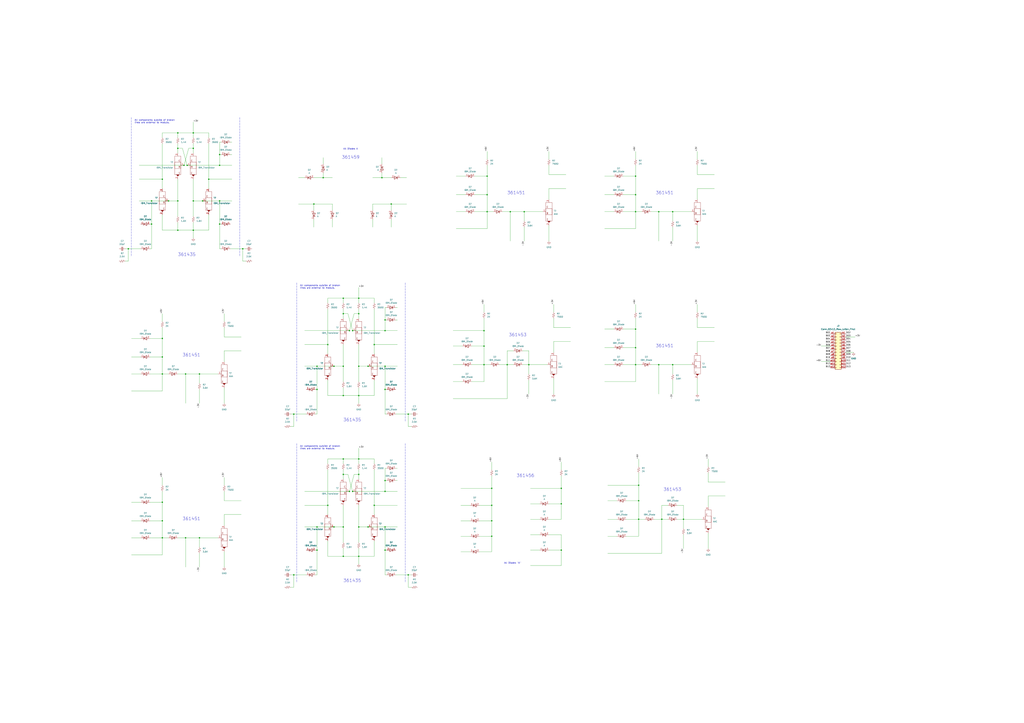
<source format=kicad_sch>
(kicad_sch (version 20211123) (generator eeschema)
  (paper "A1")
  (junction (at 133.35 293.37))
  (junction (at 138.43 165.1))
  (junction (at 180.34 165.1))
  (junction (at 289.56 271.78))
  (junction (at 289.56 403.86))
  (junction (at 260.35 300.99))
  (junction (at 521.97 173.99))
  (junction (at 316.23 300.99))
  (junction (at 105.41 204.47))
  (junction (at 274.32 300.99))
  (junction (at 180.34 127))
  (junction (at 281.94 245.11))
  (junction (at 158.75 189.23))
  (junction (at 302.26 300.99))
  (junction (at 133.35 427.99))
  (junction (at 316.23 403.86))
  (junction (at 400.05 173.99))
  (junction (at 260.35 320.04))
  (junction (at 163.83 441.96))
  (junction (at 521.97 270.51))
  (junction (at 403.86 415.29))
  (junction (at 400.05 144.78))
  (junction (at 524.51 411.48))
  (junction (at 180.34 135.89))
  (junction (at 171.45 147.3132))
  (junction (at 294.64 300.99))
  (junction (at 294.64 245.11))
  (junction (at 199.39 204.47))
  (junction (at 133.35 441.96))
  (junction (at 416.56 299.72))
  (junction (at 397.51 284.48))
  (junction (at 335.28 340.36))
  (junction (at 521.97 160.02))
  (junction (at 281.94 389.89))
  (junction (at 521.97 144.78))
  (junction (at 316.23 394.97))
  (junction (at 397.51 271.78))
  (junction (at 241.3 340.36))
  (junction (at 294.64 325.12))
  (junction (at 524.51 426.72))
  (junction (at 434.34 299.72))
  (junction (at 335.28 472.44))
  (junction (at 265.43 146.05))
  (junction (at 146.05 109.22))
  (junction (at 294.64 389.89))
  (junction (at 241.3 472.44))
  (junction (at 281.94 257.81))
  (junction (at 521.97 285.75))
  (junction (at 313.69 146.05))
  (junction (at 287.02 271.78))
  (junction (at 397.51 299.72))
  (junction (at 403.86 401.32))
  (junction (at 146.05 121.92))
  (junction (at 260.35 433.07))
  (junction (at 294.64 257.81))
  (junction (at 133.35 412.75))
  (junction (at 307.34 283.2032))
  (junction (at 180.34 184.15))
  (junction (at 316.23 271.78))
  (junction (at 552.45 299.72))
  (junction (at 153.67 135.89))
  (junction (at 316.23 320.04))
  (junction (at 316.23 262.89))
  (junction (at 158.75 165.1))
  (junction (at 302.26 433.07))
  (junction (at 543.56 426.72))
  (junction (at 321.31 167.64))
  (junction (at 146.05 165.1))
  (junction (at 316.23 452.12))
  (junction (at 294.64 457.2))
  (junction (at 419.1 173.99))
  (junction (at 166.37 165.1))
  (junction (at 133.35 278.13))
  (junction (at 260.35 452.12))
  (junction (at 294.64 433.07))
  (junction (at 461.01 452.12))
  (junction (at 269.24 415.29))
  (junction (at 403.86 427.99))
  (junction (at 257.81 167.64))
  (junction (at 461.01 401.32))
  (junction (at 163.83 307.34))
  (junction (at 541.02 173.99))
  (junction (at 561.34 426.72))
  (junction (at 400.05 160.02))
  (junction (at 133.35 147.32))
  (junction (at 269.24 283.21))
  (junction (at 316.23 433.07))
  (junction (at 152.4 441.96))
  (junction (at 274.32 433.07))
  (junction (at 281.94 457.2))
  (junction (at 403.86 440.69))
  (junction (at 152.4 307.34))
  (junction (at 307.34 415.2832))
  (junction (at 151.13 135.89))
  (junction (at 133.35 307.34))
  (junction (at 124.46 184.15))
  (junction (at 281.94 377.19))
  (junction (at 541.02 299.72))
  (junction (at 294.64 377.19))
  (junction (at 281.94 433.07))
  (junction (at 461.01 414.02))
  (junction (at 146.05 189.23))
  (junction (at 158.75 109.22))
  (junction (at 521.97 299.72))
  (junction (at 430.53 173.99))
  (junction (at 158.75 121.92))
  (junction (at 287.02 403.86))
  (junction (at 124.46 165.1))
  (junction (at 281.94 325.12))
  (junction (at 524.51 398.78))
  (junction (at 281.94 300.99))
  (junction (at 552.45 173.99))
  (wire (pts (xy 294.64 300.99) (xy 294.64 313.69)))
  (wire (pts (xy 403.86 415.29) (xy 403.86 427.99)))
  (wire (pts (xy 294.64 283.21) (xy 294.64 300.99)))
  (wire (pts (xy 184.15 257.81) (xy 184.15 264.16)))
  (wire (pts (xy 294.64 257.81) (xy 294.64 261.62)))
  (wire (pts (xy 294.64 377.19) (xy 307.34 377.19)))
  (wire (pts (xy 454.66 261.62) (xy 454.66 269.24)))
  (wire (pts (xy 521.97 135.89) (xy 521.97 144.78)))
  (wire (pts (xy 316.23 300.99) (xy 326.39 300.99)))
  (wire (pts (xy 294.64 377.19) (xy 294.64 381)))
  (wire (pts (xy 133.35 278.13) (xy 133.35 293.37)))
  (wire (pts (xy 521.97 124.46) (xy 521.97 130.81)))
  (wire (pts (xy 378.46 427.99) (xy 386.08 427.99)))
  (wire (pts (xy 306.07 172.72) (xy 306.07 167.64)))
  (wire (pts (xy 166.37 165.1) (xy 180.34 165.1)))
  (wire (pts (xy 171.45 189.23) (xy 158.75 189.23)))
  (wire (pts (xy 325.12 472.44) (xy 335.28 472.44)))
  (wire (pts (xy 133.35 147.32) (xy 133.35 154.94)))
  (wire (pts (xy 378.46 440.69) (xy 386.08 440.69)))
  (wire (pts (xy 316.23 262.89) (xy 317.5 262.89)))
  (wire (pts (xy 133.35 269.24) (xy 133.35 278.13)))
  (wire (pts (xy 316.23 252.73) (xy 316.23 262.89)))
  (wire (pts (xy 397.51 261.62) (xy 397.51 271.78)))
  (wire (pts (xy 416.56 299.72) (xy 416.56 327.66)))
  (wire (pts (xy 158.75 165.1) (xy 158.75 177.8)))
  (wire (pts (xy 450.85 185.42) (xy 450.85 198.12)))
  (wire (pts (xy 281.94 318.77) (xy 281.94 325.12)))
  (wire (pts (xy 450.85 163.83) (xy 450.85 154.94)))
  (wire (pts (xy 184.15 411.48) (xy 198.12 411.48)))
  (wire (pts (xy 107.95 278.13) (xy 115.57 278.13)))
  (wire (pts (xy 184.15 288.29) (xy 198.12 288.29)))
  (polyline (pts (xy 196.85 96.52) (xy 196.85 210.82)))
  (wire (pts (xy 260.35 472.44) (xy 259.08 472.44)))
  (wire (pts (xy 499.11 426.72) (xy 506.73 426.72)))
  (wire (pts (xy 294.64 245.11) (xy 294.64 248.92)))
  (wire (pts (xy 316.23 252.73) (xy 317.5 252.73)))
  (wire (pts (xy 419.1 198.12) (xy 419.1 173.99)))
  (wire (pts (xy 269.24 386.08) (xy 269.24 415.29)))
  (wire (pts (xy 374.65 187.96) (xy 400.05 187.96)))
  (wire (pts (xy 133.35 189.23) (xy 133.35 176.53)))
  (wire (pts (xy 180.34 165.1) (xy 190.5 165.1)))
  (wire (pts (xy 387.35 313.69) (xy 397.51 313.69)))
  (wire (pts (xy 374.65 160.02) (xy 382.27 160.02)))
  (wire (pts (xy 694.69 289.56) (xy 701.04 289.56)))
  (wire (pts (xy 435.61 426.72) (xy 443.23 426.72)))
  (wire (pts (xy 454.66 269.24) (xy 468.63 269.24)))
  (wire (pts (xy 294.64 433.07) (xy 302.26 433.07)))
  (wire (pts (xy 269.24 283.21) (xy 269.24 290.83)))
  (wire (pts (xy 524.51 411.48) (xy 514.35 411.48)))
  (wire (pts (xy 397.51 299.72) (xy 387.35 299.72)))
  (wire (pts (xy 294.64 457.2) (xy 294.64 463.55)))
  (wire (pts (xy 294.64 450.85) (xy 294.64 457.2)))
  (wire (pts (xy 524.51 411.48) (xy 524.51 426.72)))
  (wire (pts (xy 238.76 350.52) (xy 241.3 350.52)))
  (wire (pts (xy 496.57 299.72) (xy 504.19 299.72)))
  (wire (pts (xy 306.07 180.34) (xy 306.07 186.69)))
  (wire (pts (xy 496.57 187.96) (xy 521.97 187.96)))
  (wire (pts (xy 316.23 384.81) (xy 316.23 394.97)))
  (wire (pts (xy 552.45 186.69) (xy 552.45 198.12)))
  (wire (pts (xy 146.05 165.1) (xy 146.05 147.32)))
  (wire (pts (xy 250.19 283.21) (xy 269.24 283.21)))
  (wire (pts (xy 241.3 340.36) (xy 238.76 340.36)))
  (wire (pts (xy 378.46 401.32) (xy 403.86 401.32)))
  (wire (pts (xy 260.35 452.12) (xy 259.08 452.12)))
  (wire (pts (xy 189.23 116.84) (xy 190.5 116.84)))
  (wire (pts (xy 325.12 252.73) (xy 326.39 252.73)))
  (wire (pts (xy 294.64 368.3) (xy 294.64 377.19)))
  (wire (pts (xy 581.66 407.67) (xy 595.63 407.67)))
  (wire (pts (xy 133.35 427.99) (xy 133.35 441.96)))
  (wire (pts (xy 281.94 257.81) (xy 285.75 257.81)))
  (wire (pts (xy 524.51 398.78) (xy 524.51 411.48)))
  (wire (pts (xy 163.83 441.96) (xy 179.07 441.96)))
  (wire (pts (xy 307.34 457.2) (xy 294.64 457.2)))
  (wire (pts (xy 294.64 236.22) (xy 294.64 245.11)))
  (wire (pts (xy 294.64 389.89) (xy 290.83 389.89)))
  (wire (pts (xy 149.86 121.92) (xy 153.67 135.89)))
  (wire (pts (xy 450.85 143.51) (xy 464.82 143.51)))
  (wire (pts (xy 158.75 109.22) (xy 158.75 113.03)))
  (wire (pts (xy 461.01 414.02) (xy 461.01 401.32)))
  (wire (pts (xy 260.35 452.12) (xy 260.35 472.44)))
  (wire (pts (xy 163.83 441.96) (xy 163.83 449.58)))
  (wire (pts (xy 184.15 422.91) (xy 198.12 422.91)))
  (wire (pts (xy 171.45 118.11) (xy 171.45 147.3132)))
  (wire (pts (xy 107.95 455.93) (xy 133.35 455.93)))
  (wire (pts (xy 158.75 165.1) (xy 166.37 165.1)))
  (wire (pts (xy 184.15 276.86) (xy 198.12 276.86)))
  (wire (pts (xy 378.46 415.29) (xy 386.08 415.29)))
  (wire (pts (xy 521.97 270.51) (xy 511.81 270.51)))
  (wire (pts (xy 285.75 257.81) (xy 289.56 271.78)))
  (wire (pts (xy 581.66 438.15) (xy 581.66 450.85)))
  (wire (pts (xy 548.64 415.29) (xy 543.56 415.29)))
  (wire (pts (xy 307.34 444.5) (xy 307.34 457.2)))
  (wire (pts (xy 372.11 299.72) (xy 379.73 299.72)))
  (wire (pts (xy 521.97 144.78) (xy 511.81 144.78)))
  (wire (pts (xy 189.23 127) (xy 190.5 127)))
  (wire (pts (xy 260.35 433.07) (xy 260.35 452.12)))
  (wire (pts (xy 269.24 377.19) (xy 281.94 377.19)))
  (wire (pts (xy 158.75 121.92) (xy 154.94 121.92)))
  (wire (pts (xy 416.56 299.72) (xy 421.64 299.72)))
  (wire (pts (xy 294.64 457.2) (xy 281.94 457.2)))
  (wire (pts (xy 400.05 187.96) (xy 400.05 173.99)))
  (wire (pts (xy 561.34 415.29) (xy 556.26 415.29)))
  (wire (pts (xy 171.45 147.3132) (xy 171.45 154.94)))
  (wire (pts (xy 158.75 189.23) (xy 146.05 189.23)))
  (wire (pts (xy 543.56 426.72) (xy 543.56 454.66)))
  (wire (pts (xy 581.66 388.62) (xy 581.66 396.24)))
  (wire (pts (xy 180.34 116.84) (xy 181.61 116.84)))
  (wire (pts (xy 307.34 386.08) (xy 307.34 415.2832)))
  (wire (pts (xy 511.81 299.72) (xy 521.97 299.72)))
  (wire (pts (xy 316.23 300.99) (xy 316.23 320.04)))
  (wire (pts (xy 180.34 204.47) (xy 181.61 204.47)))
  (wire (pts (xy 153.67 135.89) (xy 180.34 135.89)))
  (wire (pts (xy 461.01 426.72) (xy 461.01 414.02)))
  (wire (pts (xy 250.19 415.29) (xy 269.24 415.29)))
  (wire (pts (xy 133.35 307.34) (xy 138.43 307.34)))
  (wire (pts (xy 572.77 311.15) (xy 572.77 323.85)))
  (wire (pts (xy 184.15 269.24) (xy 184.15 276.86)))
  (wire (pts (xy 325.12 394.97) (xy 326.39 394.97)))
  (wire (pts (xy 400.05 124.46) (xy 400.05 130.81)))
  (wire (pts (xy 180.34 165.1) (xy 180.34 184.15)))
  (wire (pts (xy 124.46 184.15) (xy 123.19 184.15)))
  (wire (pts (xy 552.45 173.99) (xy 567.69 173.99)))
  (wire (pts (xy 260.35 340.36) (xy 259.08 340.36)))
  (wire (pts (xy 521.97 285.75) (xy 511.81 285.75)))
  (polyline (pts (xy 243.84 232.41) (xy 243.84 346.71)))
  (wire (pts (xy 496.57 160.02) (xy 504.19 160.02)))
  (wire (pts (xy 281.94 257.81) (xy 281.94 261.62)))
  (wire (pts (xy 124.46 165.1) (xy 124.46 184.15)))
  (wire (pts (xy 307.34 415.2832) (xy 307.34 422.91)))
  (wire (pts (xy 114.3 147.32) (xy 133.35 147.32)))
  (wire (pts (xy 184.15 392.43) (xy 184.15 398.78)))
  (wire (pts (xy 294.64 389.89) (xy 294.64 393.7)))
  (wire (pts (xy 146.05 441.96) (xy 152.4 441.96)))
  (polyline (pts (xy 332.74 364.49) (xy 332.74 478.79)))
  (wire (pts (xy 146.05 121.92) (xy 146.05 125.73)))
  (wire (pts (xy 133.35 257.81) (xy 133.35 264.16)))
  (polyline (pts (xy 243.84 364.49) (xy 243.84 478.79)))
  (wire (pts (xy 184.15 318.77) (xy 184.15 331.47)))
  (wire (pts (xy 454.66 289.56) (xy 454.66 280.67)))
  (wire (pts (xy 294.64 257.81) (xy 290.83 257.81)))
  (wire (pts (xy 133.35 455.93) (xy 133.35 441.96)))
  (wire (pts (xy 180.34 116.84) (xy 180.34 127)))
  (wire (pts (xy 245.11 146.05) (xy 250.19 146.05)))
  (wire (pts (xy 434.34 299.72) (xy 434.34 288.29)))
  (wire (pts (xy 146.05 118.11) (xy 146.05 121.92)))
  (wire (pts (xy 372.11 271.78) (xy 397.51 271.78)))
  (wire (pts (xy 572.77 185.42) (xy 572.77 198.12)))
  (wire (pts (xy 294.64 325.12) (xy 294.64 331.47)))
  (wire (pts (xy 265.43 146.05) (xy 273.05 146.05)))
  (wire (pts (xy 290.83 257.81) (xy 287.02 271.78)))
  (wire (pts (xy 241.3 472.44) (xy 238.76 472.44)))
  (wire (pts (xy 158.75 121.92) (xy 158.75 125.73)))
  (wire (pts (xy 133.35 118.11) (xy 133.35 147.32)))
  (wire (pts (xy 521.97 313.69) (xy 521.97 299.72)))
  (wire (pts (xy 511.81 173.99) (xy 521.97 173.99)))
  (wire (pts (xy 321.31 146.05) (xy 313.69 146.05)))
  (wire (pts (xy 524.51 426.72) (xy 529.59 426.72)))
  (wire (pts (xy 163.83 307.34) (xy 179.07 307.34)))
  (wire (pts (xy 146.05 182.88) (xy 146.05 189.23)))
  (wire (pts (xy 403.86 401.32) (xy 403.86 415.29)))
  (wire (pts (xy 281.94 300.99) (xy 281.94 283.21)))
  (wire (pts (xy 294.64 415.29) (xy 294.64 433.07)))
  (wire (pts (xy 450.85 439.42) (xy 461.01 439.42)))
  (wire (pts (xy 260.35 433.07) (xy 274.32 433.07)))
  (wire (pts (xy 265.43 129.54) (xy 265.43 134.62)))
  (wire (pts (xy 454.66 311.15) (xy 454.66 323.85)))
  (wire (pts (xy 434.34 299.72) (xy 449.58 299.72)))
  (wire (pts (xy 321.31 180.34) (xy 321.31 186.69)))
  (wire (pts (xy 158.75 182.88) (xy 158.75 189.23)))
  (wire (pts (xy 281.94 386.08) (xy 281.94 389.89)))
  (wire (pts (xy 163.83 307.34) (xy 163.83 314.96)))
  (wire (pts (xy 307.34 254) (xy 307.34 283.2032)))
  (wire (pts (xy 450.85 414.02) (xy 461.01 414.02)))
  (wire (pts (xy 307.34 415.2832) (xy 326.39 415.2832)))
  (wire (pts (xy 400.05 160.02) (xy 389.89 160.02)))
  (wire (pts (xy 389.89 173.99) (xy 400.05 173.99)))
  (wire (pts (xy 171.45 109.22) (xy 171.45 113.03)))
  (wire (pts (xy 105.41 204.47) (xy 115.57 204.47)))
  (wire (pts (xy 581.66 396.24) (xy 595.63 396.24)))
  (wire (pts (xy 133.35 392.43) (xy 133.35 398.78)))
  (wire (pts (xy 184.15 297.18) (xy 184.15 288.29)))
  (wire (pts (xy 524.51 426.72) (xy 514.35 426.72)))
  (wire (pts (xy 435.61 439.42) (xy 443.23 439.42)))
  (wire (pts (xy 123.19 307.34) (xy 133.35 307.34)))
  (wire (pts (xy 325.12 262.89) (xy 326.39 262.89)))
  (wire (pts (xy 281.94 325.12) (xy 269.24 325.12)))
  (wire (pts (xy 334.01 167.64) (xy 321.31 167.64)))
  (wire (pts (xy 257.81 180.34) (xy 257.81 186.69)))
  (wire (pts (xy 561.34 426.72) (xy 561.34 434.34)))
  (wire (pts (xy 454.66 250.19) (xy 454.66 256.54)))
  (wire (pts (xy 273.05 180.34) (xy 273.05 186.69)))
  (wire (pts (xy 152.4 466.09) (xy 152.4 441.96)))
  (wire (pts (xy 105.41 214.63) (xy 105.41 204.47)))
  (wire (pts (xy 133.35 441.96) (xy 138.43 441.96)))
  (wire (pts (xy 158.75 147.32) (xy 158.75 165.1)))
  (wire (pts (xy 269.24 415.29) (xy 269.24 422.91)))
  (wire (pts (xy 435.61 452.12) (xy 443.23 452.12)))
  (wire (pts (xy 393.7 415.29) (xy 403.86 415.29)))
  (wire (pts (xy 133.35 293.37) (xy 133.35 307.34)))
  (wire (pts (xy 374.65 144.78) (xy 382.27 144.78)))
  (wire (pts (xy 496.57 144.78) (xy 504.19 144.78)))
  (wire (pts (xy 285.75 389.89) (xy 289.56 403.86)))
  (wire (pts (xy 541.02 173.99) (xy 552.45 173.99)))
  (wire (pts (xy 260.35 320.04) (xy 259.08 320.04)))
  (wire (pts (xy 335.28 482.6) (xy 335.28 472.44)))
  (wire (pts (xy 541.02 198.12) (xy 541.02 173.99)))
  (wire (pts (xy 321.31 167.64) (xy 321.31 172.72)))
  (wire (pts (xy 524.51 377.19) (xy 524.51 383.54)))
  (wire (pts (xy 302.26 433.07) (xy 316.23 433.07)))
  (wire (pts (xy 543.56 426.72) (xy 548.64 426.72)))
  (wire (pts (xy 572.77 163.83) (xy 572.77 154.94)))
  (wire (pts (xy 429.26 299.72) (xy 434.34 299.72)))
  (wire (pts (xy 416.56 288.29) (xy 416.56 299.72)))
  (wire (pts (xy 133.35 427.99) (xy 123.19 427.99)))
  (wire (pts (xy 397.51 299.72) (xy 402.59 299.72)))
  (wire (pts (xy 430.53 173.99) (xy 430.53 181.61)))
  (wire (pts (xy 316.23 320.04) (xy 316.23 340.36)))
  (wire (pts (xy 393.7 427.99) (xy 403.86 427.99)))
  (wire (pts (xy 541.02 299.72) (xy 552.45 299.72)))
  (wire (pts (xy 450.85 135.89) (xy 450.85 143.51)))
  (wire (pts (xy 269.24 245.11) (xy 281.94 245.11)))
  (wire (pts (xy 397.51 284.48) (xy 397.51 299.72)))
  (wire (pts (xy 430.53 173.99) (xy 445.77 173.99)))
  (wire (pts (xy 521.97 144.78) (xy 521.97 160.02)))
  (wire (pts (xy 269.24 377.19) (xy 269.24 381)))
  (wire (pts (xy 572.77 135.89) (xy 572.77 143.51)))
  (wire (pts (xy 400.05 160.02) (xy 400.05 173.99)))
  (wire (pts (xy 397.51 284.48) (xy 387.35 284.48)))
  (wire (pts (xy 257.81 167.64) (xy 257.81 172.72)))
  (wire (pts (xy 123.19 441.96) (xy 133.35 441.96)))
  (wire (pts (xy 496.57 173.99) (xy 504.19 173.99)))
  (wire (pts (xy 316.23 394.97) (xy 316.23 403.86)))
  (wire (pts (xy 316.23 262.89) (xy 316.23 271.78)))
  (wire (pts (xy 461.01 464.82) (xy 461.01 452.12)))
  (wire (pts (xy 461.01 401.32) (xy 461.01 391.16)))
  (wire (pts (xy 313.69 142.24) (xy 313.69 146.05)))
  (wire (pts (xy 552.45 173.99) (xy 552.45 181.61)))
  (wire (pts (xy 372.11 313.69) (xy 379.73 313.69)))
  (wire (pts (xy 393.7 440.69) (xy 403.86 440.69)))
  (wire (pts (xy 524.51 440.69) (xy 524.51 426.72)))
  (wire (pts (xy 250.19 300.99) (xy 260.35 300.99)))
  (wire (pts (xy 274.32 300.99) (xy 281.94 300.99)))
  (wire (pts (xy 435.61 464.82) (xy 461.01 464.82)))
  (wire (pts (xy 374.65 173.99) (xy 382.27 173.99)))
  (wire (pts (xy 316.23 403.86) (xy 326.39 403.86)))
  (wire (pts (xy 281.94 433.07) (xy 281.94 445.77)))
  (wire (pts (xy 133.35 321.31) (xy 133.35 307.34)))
  (wire (pts (xy 180.34 135.89) (xy 190.5 135.89)))
  (wire (pts (xy 572.77 289.56) (xy 572.77 280.67)))
  (wire (pts (xy 294.64 300.99) (xy 302.26 300.99)))
  (wire (pts (xy 260.35 300.99) (xy 274.32 300.99)))
  (wire (pts (xy 171.45 176.53) (xy 171.45 189.23)))
  (wire (pts (xy 572.77 280.67) (xy 586.74 280.67)))
  (wire (pts (xy 316.23 271.78) (xy 326.39 271.78)))
  (wire (pts (xy 328.93 146.05) (xy 334.01 146.05)))
  (wire (pts (xy 107.95 412.75) (xy 115.57 412.75)))
  (wire (pts (xy 434.34 312.42) (xy 434.34 323.85)))
  (wire (pts (xy 521.97 261.62) (xy 521.97 270.51)))
  (wire (pts (xy 146.05 109.22) (xy 158.75 109.22)))
  (wire (pts (xy 524.51 388.62) (xy 524.51 398.78)))
  (wire (pts (xy 269.24 325.12) (xy 269.24 312.42)))
  (wire (pts (xy 281.94 377.19) (xy 294.64 377.19)))
  (wire (pts (xy 337.82 482.6) (xy 335.28 482.6)))
  (wire (pts (xy 274.32 433.07) (xy 281.94 433.07)))
  (wire (pts (xy 561.34 426.72) (xy 576.58 426.72)))
  (wire (pts (xy 133.35 109.22) (xy 133.35 113.03)))
  (wire (pts (xy 133.35 109.22) (xy 146.05 109.22)))
  (wire (pts (xy 294.64 254) (xy 294.64 257.81)))
  (wire (pts (xy 552.45 312.42) (xy 552.45 323.85)))
  (wire (pts (xy 241.3 350.52) (xy 241.3 340.36)))
  (wire (pts (xy 335.28 340.36) (xy 337.82 340.36)))
  (wire (pts (xy 572.77 154.94) (xy 586.74 154.94)))
  (wire (pts (xy 521.97 187.96) (xy 521.97 173.99)))
  (wire (pts (xy 133.35 293.37) (xy 123.19 293.37)))
  (wire (pts (xy 124.46 204.47) (xy 123.19 204.47)))
  (wire (pts (xy 581.66 416.56) (xy 581.66 407.67)))
  (wire (pts (xy 184.15 431.8) (xy 184.15 422.91)))
  (wire (pts (xy 294.64 318.77) (xy 294.64 325.12)))
  (wire (pts (xy 316.23 394.97) (xy 317.5 394.97)))
  (wire (pts (xy 435.61 414.02) (xy 443.23 414.02)))
  (wire (pts (xy 154.94 121.92) (xy 151.13 135.89)))
  (wire (pts (xy 325.12 340.36) (xy 335.28 340.36)))
  (wire (pts (xy 434.34 288.29) (xy 429.26 288.29)))
  (wire (pts (xy 534.67 173.99) (xy 541.02 173.99)))
  (wire (pts (xy 107.95 307.34) (xy 115.57 307.34)))
  (wire (pts (xy 273.05 172.72) (xy 273.05 167.64)))
  (wire (pts (xy 289.56 403.86) (xy 316.23 403.86)))
  (wire (pts (xy 250.19 271.78) (xy 287.02 271.78)))
  (wire (pts (xy 152.4 331.47) (xy 152.4 307.34)))
  (wire (pts (xy 694.69 276.86) (xy 702.31 276.86)))
  (wire (pts (xy 403.86 379.73) (xy 403.86 386.08)))
  (wire (pts (xy 180.34 127) (xy 181.61 127)))
  (wire (pts (xy 294.64 433.07) (xy 294.64 445.77)))
  (wire (pts (xy 434.34 299.72) (xy 434.34 307.34)))
  (wire (pts (xy 419.1 173.99) (xy 430.53 173.99)))
  (wire (pts (xy 378.46 453.39) (xy 386.08 453.39)))
  (wire (pts (xy 581.66 377.19) (xy 581.66 383.54)))
  (wire (pts (xy 289.56 271.78) (xy 316.23 271.78)))
  (wire (pts (xy 552.45 299.72) (xy 567.69 299.72)))
  (wire (pts (xy 499.11 398.78) (xy 524.51 398.78)))
  (wire (pts (xy 107.95 321.31) (xy 133.35 321.31)))
  (wire (pts (xy 321.31 167.64) (xy 306.07 167.64)))
  (wire (pts (xy 158.75 100.33) (xy 158.75 109.22)))
  (wire (pts (xy 294.64 325.12) (xy 281.94 325.12)))
  (wire (pts (xy 281.94 457.2) (xy 269.24 457.2)))
  (wire (pts (xy 163.83 320.04) (xy 163.83 331.47)))
  (wire (pts (xy 572.77 250.19) (xy 572.77 256.54)))
  (wire (pts (xy 499.11 411.48) (xy 506.73 411.48)))
  (wire (pts (xy 572.77 261.62) (xy 572.77 269.24)))
  (wire (pts (xy 416.56 327.66) (xy 372.11 327.66)))
  (wire (pts (xy 537.21 426.72) (xy 543.56 426.72)))
  (wire (pts (xy 152.4 307.34) (xy 163.83 307.34)))
  (wire (pts (xy 241.3 472.44) (xy 251.46 472.44)))
  (wire (pts (xy 412.75 173.99) (xy 419.1 173.99)))
  (wire (pts (xy 250.19 433.07) (xy 260.35 433.07)))
  (wire (pts (xy 257.81 146.05) (xy 265.43 146.05)))
  (wire (pts (xy 400.05 144.78) (xy 400.05 160.02)))
  (wire (pts (xy 397.51 271.78) (xy 397.51 284.48)))
  (wire (pts (xy 316.23 320.04) (xy 317.5 320.04)))
  (wire (pts (xy 496.57 313.69) (xy 521.97 313.69)))
  (wire (pts (xy 158.75 189.23) (xy 158.75 195.58)))
  (wire (pts (xy 102.87 214.63) (xy 105.41 214.63)))
  (wire (pts (xy 158.75 109.22) (xy 171.45 109.22)))
  (wire (pts (xy 450.85 426.72) (xy 461.01 426.72)))
  (wire (pts (xy 180.34 184.15) (xy 180.34 204.47)))
  (wire (pts (xy 521.97 299.72) (xy 527.05 299.72)))
  (wire (pts (xy 543.56 415.29) (xy 543.56 426.72)))
  (wire (pts (xy 180.34 184.15) (xy 181.61 184.15)))
  (wire (pts (xy 674.37 297.18) (xy 681.99 297.18)))
  (wire (pts (xy 572.77 143.51) (xy 586.74 143.51)))
  (wire (pts (xy 521.97 250.19) (xy 521.97 256.54)))
  (wire (pts (xy 430.53 186.69) (xy 430.53 198.12)))
  (wire (pts (xy 133.35 278.13) (xy 123.19 278.13)))
  (wire (pts (xy 114.3 165.1) (xy 124.46 165.1)))
  (wire (pts (xy 281.94 377.19) (xy 281.94 381)))
  (wire (pts (xy 316.23 452.12) (xy 316.23 472.44)))
  (wire (pts (xy 496.57 285.75) (xy 504.19 285.75)))
  (wire (pts (xy 281.94 433.07) (xy 281.94 415.29)))
  (wire (pts (xy 316.23 433.07) (xy 316.23 452.12)))
  (wire (pts (xy 133.35 412.75) (xy 123.19 412.75)))
  (wire (pts (xy 521.97 270.51) (xy 521.97 285.75)))
  (wire (pts (xy 114.3 135.89) (xy 151.13 135.89)))
  (wire (pts (xy 107.95 441.96) (xy 115.57 441.96)))
  (wire (pts (xy 556.26 426.72) (xy 561.34 426.72)))
  (wire (pts (xy 146.05 109.22) (xy 146.05 113.03)))
  (wire (pts (xy 290.83 389.89) (xy 287.02 403.86)))
  (wire (pts (xy 281.94 389.89) (xy 281.94 393.7)))
  (wire (pts (xy 403.86 440.69) (xy 403.86 453.39)))
  (polyline (pts (xy 332.74 232.41) (xy 332.74 346.71)))
  (wire (pts (xy 260.35 300.99) (xy 260.35 320.04)))
  (wire (pts (xy 133.35 403.86) (xy 133.35 412.75)))
  (wire (pts (xy 552.45 299.72) (xy 552.45 307.34)))
  (wire (pts (xy 281.94 245.11) (xy 281.94 248.92)))
  (wire (pts (xy 435.61 401.32) (xy 461.01 401.32)))
  (wire (pts (xy 238.76 482.6) (xy 241.3 482.6)))
  (wire (pts (xy 269.24 245.11) (xy 269.24 248.92)))
  (wire (pts (xy 397.51 250.19) (xy 397.51 256.54)))
  (wire (pts (xy 124.46 184.15) (xy 124.46 204.47)))
  (wire (pts (xy 400.05 144.78) (xy 389.89 144.78)))
  (wire (pts (xy 307.34 245.11) (xy 307.34 248.92)))
  (wire (pts (xy 450.85 452.12) (xy 461.01 452.12)))
  (wire (pts (xy 241.3 340.36) (xy 251.46 340.36)))
  (wire (pts (xy 410.21 299.72) (xy 416.56 299.72)))
  (wire (pts (xy 257.81 167.64) (xy 273.05 167.64)))
  (wire (pts (xy 281.94 450.85) (xy 281.94 457.2)))
  (polyline (pts (xy 107.95 96.52) (xy 107.95 210.82)))
  (wire (pts (xy 421.64 288.29) (xy 416.56 288.29)))
  (wire (pts (xy 281.94 300.99) (xy 281.94 313.69)))
  (wire (pts (xy 521.97 173.99) (xy 527.05 173.99)))
  (wire (pts (xy 372.11 284.48) (xy 379.73 284.48)))
  (wire (pts (xy 313.69 146.05) (xy 306.07 146.05)))
  (wire (pts (xy 397.51 313.69) (xy 397.51 299.72)))
  (wire (pts (xy 307.34 283.2032) (xy 307.34 290.83)))
  (wire (pts (xy 124.46 165.1) (xy 138.43 165.1)))
  (wire (pts (xy 146.05 189.23) (xy 133.35 189.23)))
  (wire (pts (xy 393.7 453.39) (xy 403.86 453.39)))
  (wire (pts (xy 146.05 165.1) (xy 146.05 177.8)))
  (wire (pts (xy 543.56 454.66) (xy 499.11 454.66)))
  (wire (pts (xy 450.85 124.46) (xy 450.85 130.81)))
  (wire (pts (xy 521.97 160.02) (xy 521.97 173.99)))
  (wire (pts (xy 307.34 283.2032) (xy 326.39 283.2032)))
  (wire (pts (xy 450.85 154.94) (xy 464.82 154.94)))
  (wire (pts (xy 403.86 427.99) (xy 403.86 440.69)))
  (wire (pts (xy 269.24 254) (xy 269.24 283.21)))
  (wire (pts (xy 496.57 270.51) (xy 504.19 270.51)))
  (wire (pts (xy 561.34 439.42) (xy 561.34 450.85)))
  (wire (pts (xy 461.01 439.42) (xy 461.01 452.12)))
  (wire (pts (xy 400.05 173.99) (xy 405.13 173.99)))
  (wire (pts (xy 514.35 440.69) (xy 524.51 440.69)))
  (wire (pts (xy 241.3 482.6) (xy 241.3 472.44)))
  (wire (pts (xy 180.34 127) (xy 180.34 135.89)))
  (wire (pts (xy 146.05 307.34) (xy 152.4 307.34)))
  (wire (pts (xy 105.41 204.47) (xy 102.87 204.47)))
  (wire (pts (xy 454.66 280.67) (xy 468.63 280.67)))
  (wire (pts (xy 146.05 121.92) (xy 149.86 121.92)))
  (wire (pts (xy 316.23 384.81) (xy 317.5 384.81)))
  (wire (pts (xy 403.86 401.32) (xy 403.86 391.16)))
  (wire (pts (xy 325.12 384.81) (xy 326.39 384.81)))
  (wire (pts (xy 400.05 135.89) (xy 400.05 144.78)))
  (wire (pts (xy 265.43 142.24) (xy 265.43 146.05)))
  (wire (pts (xy 313.69 129.54) (xy 313.69 134.62)))
  (wire (pts (xy 199.39 204.47) (xy 201.93 204.47)))
  (wire (pts (xy 307.34 377.19) (xy 307.34 381)))
  (wire (pts (xy 138.43 165.1) (xy 146.05 165.1)))
  (wire (pts (xy 294.64 386.08) (xy 294.64 389.89)))
  (wire (pts (xy 281.94 389.89) (xy 285.75 389.89)))
  (wire (pts (xy 189.23 204.47) (xy 199.39 204.47)))
  (wire (pts (xy 107.95 293.37) (xy 115.57 293.37)))
  (wire (pts (xy 335.28 472.44) (xy 337.82 472.44)))
  (wire (pts (xy 245.11 167.64) (xy 257.81 167.64)))
  (wire (pts (xy 541.02 323.85) (xy 541.02 299.72)))
  (wire (pts (xy 184.15 453.39) (xy 184.15 466.09)))
  (wire (pts (xy 572.77 124.46) (xy 572.77 130.81)))
  (wire (pts (xy 302.26 300.99) (xy 316.23 300.99)))
  (wire (pts (xy 269.24 457.2) (xy 269.24 444.5)))
  (wire (pts (xy 294.64 245.11) (xy 307.34 245.11)))
  (wire (pts (xy 250.19 403.86) (xy 287.02 403.86)))
  (wire (pts (xy 281.94 245.11) (xy 294.64 245.11)))
  (wire (pts (xy 316.23 340.36) (xy 317.5 340.36)))
  (wire (pts (xy 335.28 350.52) (xy 335.28 340.36)))
  (wire (pts (xy 316.23 472.44) (xy 317.5 472.44)))
  (wire (pts (xy 201.93 214.63) (xy 199.39 214.63)))
  (wire (pts (xy 521.97 160.02) (xy 511.81 160.02)))
  (wire (pts (xy 461.01 379.73) (xy 461.01 386.08)))
  (wire (pts (xy 316.23 433.07) (xy 326.39 433.07)))
  (wire (pts (xy 163.83 454.66) (xy 163.83 466.09)))
  (wire (pts (xy 534.67 299.72) (xy 541.02 299.72)))
  (wire (pts (xy 152.4 441.96) (xy 163.83 441.96)))
  (wire (pts (xy 499.11 440.69) (xy 506.73 440.69)))
  (wire (pts (xy 674.37 284.48) (xy 681.99 284.48)))
  (wire (pts (xy 316.23 452.12) (xy 317.5 452.12)))
  (wire (pts (xy 199.39 214.63) (xy 199.39 204.47)))
  (wire (pts (xy 572.77 269.24) (xy 586.74 269.24)))
  (wire (pts (xy 561.34 426.72) (xy 561.34 415.29)))
  (wire (pts (xy 260.35 320.04) (xy 260.35 340.36)))
  (wire (pts (xy 158.75 118.11) (xy 158.75 121.92)))
  (wire (pts (xy 133.35 412.75) (xy 133.35 427.99)))
  (wire (pts (xy 171.45 147.3132) (xy 190.5 147.3132)))
  (wire (pts (xy 184.15 403.86) (xy 184.15 411.48)))
  (wire (pts (xy 307.34 325.12) (xy 294.64 325.12)))
  (wire (pts (xy 337.82 350.52) (xy 335.28 350.52)))
  (wire (pts (xy 307.34 312.42) (xy 307.34 325.12)))
  (wire (pts (xy 521.97 285.75) (xy 521.97 299.72)))
  (wire (pts (xy 107.95 427.99) (xy 115.57 427.99)))
  (wire (pts (xy 281.94 254) (xy 281.94 257.81)))
  (text "361453" (at 544.83 403.86 0) (effects (font (size 2.54 2.54)) (justify left bottom)))
  (text "361451" (at 538.48 285.75 0) (effects (font (size 2.54 2.54)) (justify left bottom)))
  (text "361435" (at 146.05 210.82 0) (effects (font (size 2.54 2.54)) (justify left bottom)))
  (text "361435" (at 281.94 346.71 0) (effects (font (size 2.54 2.54)) (justify left bottom)))
  (text "361451" (at 416.56 160.02 0) (effects (font (size 2.54 2.54)) (justify left bottom)))
  (text "361453" (at 417.83 276.86 0) (effects (font (size 2.54 2.54)) (justify left bottom)))
  (text "361451" (at 149.86 427.99 0) (effects (font (size 2.54 2.54)) (justify left bottom)))
  (text "All Diodes A" (at 281.94 123.19 0) (effects (font (size 1.27 1.27)) (justify left bottom)))
  (text "361459" (at 280.67 130.81 0) (effects (font (size 2.54 2.54)) (justify left bottom)))
  (text "361435" (at 281.94 478.79 0) (effects (font (size 2.54 2.54)) (justify left bottom)))
  (text "361451" (at 538.48 160.02 0) (effects (font (size 2.54 2.54)) (justify left bottom)))
  (text "All Diodes \"A\"" (at 414.02 463.55 0) (effects (font (size 1.27 1.27)) (justify left bottom)))
  (text "All components outside of broken\nlines are external to module." (at 246.38 369.57 0) (effects (font (size 1.27 1.27)) (justify left bottom)))
  (text "All components outside of broken\nlines are external to module." (at 246.38 237.49 0) (effects (font (size 1.27 1.27)) (justify left bottom)))
  (text "All components outside of broken\nlines are external to module." (at 110.49 101.6 0) (effects (font (size 1.27 1.27)) (justify left bottom)))
  (text "361451" (at 149.86 293.37 0) (effects (font (size 2.54 2.54)) (justify left bottom)))
  (text "361456" (at 424.18 392.43 0) (effects (font (size 2.54 2.54)) (justify left bottom)))
  (label "+6V" (at 521.97 124.46 90))
  (label "+6V" (at 397.51 250.19 90))
  (label "+3V" (at 702.31 276.86 0))
  (label "+6V" (at 521.97 250.19 90))
  (label "-3V" (at 674.37 284.48 180))
  (label "-3V" (at 163.83 331.47 270))
  (label "-3V" (at 552.45 323.85 270))
  (label "D06" (at 694.69 284.48 0))
  (label "+3V" (at 158.75 100.33 0))
  (label "-3V" (at 430.53 198.12 270))
  (label "+6V" (at 674.37 297.18 180))
  (label "D13" (at 694.69 302.26 0))
  (label "D09" (at 694.69 292.1 0))
  (label "B12" (at 681.99 299.72 180))
  (label "B02" (at 681.99 274.32 180))
  (label "B11" (at 681.99 297.18 180))
  (label "D07" (at 694.69 287.02 0))
  (label "+6V" (at 524.51 377.19 90))
  (label "-3V" (at 434.34 323.85 270))
  (label "B10" (at 681.99 294.64 180))
  (label "B09" (at 681.99 292.1 180))
  (label "D02" (at 694.69 274.32 0))
  (label "B05" (at 681.99 281.94 180))
  (label "B04" (at 681.99 279.4 180))
  (label "+3V" (at 450.85 124.46 90))
  (label "D05" (at 694.69 281.94 0))
  (label "B13" (at 681.99 302.26 180))
  (label "D11" (at 694.69 297.18 0))
  (label "B08" (at 681.99 289.56 180))
  (label "+6V" (at 400.05 124.46 90))
  (label "+3V" (at 572.77 124.46 90))
  (label "-3V" (at 561.34 450.85 270))
  (label "+6V" (at 461.01 379.73 90))
  (label "+6V" (at 133.35 257.81 90))
  (label "-3V" (at 163.83 466.09 270))
  (label "+3V" (at 294.64 368.3 0))
  (label "D04" (at 694.69 279.4 0))
  (label "+3V" (at 581.66 377.19 90))
  (label "B03" (at 681.99 276.86 180))
  (label "B06" (at 681.99 284.48 180))
  (label "D12" (at 694.69 299.72 0))
  (label "D08" (at 694.69 289.56 0))
  (label "+3V" (at 572.77 250.19 90))
  (label "+3V" (at 184.15 257.81 90))
  (label "B07" (at 681.99 287.02 180))
  (label "D03" (at 694.69 276.86 0))
  (label "+3V" (at 184.15 392.43 90))
  (label "D10" (at 694.69 294.64 0))
  (label "+3V" (at 454.66 250.19 90))
  (label "-3V" (at 552.45 198.12 270))
  (label "+6V" (at 133.35 392.43 90))
  (label "+3V" (at 294.64 236.22 0))
  (label "+6V" (at 403.86 379.73 90))
  (symbol (lib_id "IBM_SLT-SLD:IBM_Diode") (at 142.24 441.96 180) (unit 1)
    (property "Reference" "D?" (at 142.24 435.61 0))
    (property "Value" "IBM_Diode" (at 142.24 438.15 0))
    (property "Footprint" "Diode_SMD:D_0201_0603Metric" (effects hide))
  )
  (symbol (lib_id "IBM_SLT-SLD:IBM_Transistor") (at 158.75 135.89 0) (unit 1)
    (property "Reference" "T?" (at 162.56 133.35 0) (effects (justify left)))
    (property "Value" "IBM_Transistor" (at 162.56 137.7949 0) (effects (justify left)))
  )
  (symbol (lib_id "Device:R_Small_US") (at 281.94 383.54 180) (unit 1)
    (property "Reference" "R?" (at 284.48 382.2699 0) (effects (justify right)))
    (property "Value" "1.4K" (at 284.48 384.8099 0) (effects (justify right)))
    (property "Footprint" "Resistor_SMD:R_0201_0603Metric" (effects hide))
  )
  (symbol (lib_id "power:GND") (at 184.15 466.09 0) (unit 1)
    (property "Reference" "#PWR?" (effects hide))
    (property "Value" "GND" (at 184.15 471.17 0))
  )
  (symbol (lib_id "power:GND") (at 294.64 463.55 0) (unit 1)
    (property "Reference" "#PWR?" (effects hide))
    (property "Value" "GND" (at 294.64 468.63 0))
  )
  (symbol (lib_id "IBM_SLT-SLD:IBM_Transistor") (at 294.64 271.78 0) (unit 1)
    (property "Reference" "T?" (at 298.45 269.24 0) (effects (justify left)))
    (property "Value" "IBM_Transistor" (at 298.45 273.6849 0) (effects (justify left)))
  )
  (symbol (lib_id "power:GND") (at 294.64 331.47 0) (unit 1)
    (property "Reference" "#PWR?" (effects hide))
    (property "Value" "GND" (at 294.64 336.55 0))
  )
  (symbol (lib_id "IBM_SLT-SLD:IBM_Diode") (at 510.54 411.48 0) (unit 1)
    (property "Reference" "D?" (at 510.54 405.13 0))
    (property "Value" "IBM_Diode" (at 510.54 407.67 0))
    (property "Footprint" "Diode_SMD:D_0201_0603Metric" (effects hide))
  )
  (symbol (lib_id "IBM_SLT-SLD:IBM_Diode") (at 386.08 173.99 0) (unit 1)
    (property "Reference" "D?" (at 386.08 167.64 0))
    (property "Value" "IBM_Diode" (at 386.08 170.18 0))
    (property "Footprint" "Diode_SMD:D_0201_0603Metric" (effects hide))
  )
  (symbol (lib_id "Device:R_Small_US") (at 430.53 184.15 0) (unit 1)
    (property "Reference" "R?" (at 433.07 182.8799 0) (effects (justify left)))
    (property "Value" "3.6K" (at 433.07 185.4199 0) (effects (justify left)))
    (property "Footprint" "Resistor_SMD:R_0201_0603Metric" (effects hide))
  )
  (symbol (lib_id "Device:C_Small") (at 340.36 472.44 270) (mirror x) (unit 1)
    (property "Reference" "C?" (at 340.3537 466.09 90))
    (property "Value" "33pF" (at 340.3537 468.63 90))
  )
  (symbol (lib_id "IBM_SLT-SLD:IBM_Transistor") (at 269.24 433.07 0) (mirror y) (unit 1)
    (property "Reference" "T?" (at 265.43 430.53 0) (effects (justify left)))
    (property "Value" "IBM_Transistor" (at 265.43 434.9749 0) (effects (justify left)))
  )
  (symbol (lib_id "IBM_SLT-SLD:IBM_Diode") (at 508 173.99 0) (unit 1)
    (property "Reference" "D?" (at 508 167.64 0))
    (property "Value" "IBM_Diode" (at 508 170.18 0))
    (property "Footprint" "Diode_SMD:D_0201_0603Metric" (effects hide))
  )
  (symbol (lib_id "Device:R_Small_US") (at 397.51 259.08 0) (unit 1)
    (property "Reference" "R?" (at 400.05 257.8099 0) (effects (justify left)))
    (property "Value" "2K" (at 400.05 260.3499 0) (effects (justify left)))
    (property "Footprint" "Resistor_SMD:R_0201_0603Metric" (effects hide))
  )
  (symbol (lib_id "Device:R_Small_US") (at 158.75 115.57 180) (unit 1)
    (property "Reference" "R?" (at 161.29 114.2999 0) (effects (justify right)))
    (property "Value" "1.4K" (at 161.29 116.8399 0) (effects (justify right)))
    (property "Footprint" "Resistor_SMD:R_0201_0603Metric" (effects hide))
  )
  (symbol (lib_id "Device:R_Small_US") (at 133.35 401.32 0) (unit 1)
    (property "Reference" "R?" (at 135.89 400.0499 0) (effects (justify left)))
    (property "Value" "2K" (at 135.89 402.5899 0) (effects (justify left)))
    (property "Footprint" "Resistor_SMD:R_0201_0603Metric" (effects hide))
  )
  (symbol (lib_id "IBM_SLT-SLD:IBM_Diode") (at 321.31 472.44 180) (unit 1)
    (property "Reference" "D?" (at 321.31 466.09 0))
    (property "Value" "IBM_Diode" (at 321.31 468.63 0))
    (property "Footprint" "Diode_SMD:D_0201_0603Metric" (effects hide))
  )
  (symbol (lib_id "IBM_SLT-SLD:IBM_Diode") (at 142.24 307.34 180) (unit 1)
    (property "Reference" "D?" (at 142.24 300.99 0))
    (property "Value" "IBM_Diode" (at 142.24 303.53 0))
    (property "Footprint" "Diode_SMD:D_0201_0603Metric" (effects hide))
  )
  (symbol (lib_id "Device:R_Small_US") (at 521.97 133.35 0) (unit 1)
    (property "Reference" "R?" (at 524.51 132.0799 0) (effects (justify left)))
    (property "Value" "2K" (at 524.51 134.6199 0) (effects (justify left)))
    (property "Footprint" "Resistor_SMD:R_0201_0603Metric" (effects hide))
  )
  (symbol (lib_id "Device:R_Small_US") (at 236.22 482.6 90) (mirror x) (unit 1)
    (property "Reference" "R?" (at 236.22 476.25 90))
    (property "Value" "2.5K" (at 236.22 478.79 90))
    (property "Footprint" "Resistor_SMD:R_0201_0603Metric" (effects hide))
  )
  (symbol (lib_id "IBM_SLT-SLD:IBM_Diode") (at 321.31 320.04 180) (unit 1)
    (property "Reference" "D?" (at 321.31 313.69 0))
    (property "Value" "IBM_Diode" (at 321.31 316.23 0))
    (property "Footprint" "Diode_SMD:D_0201_0603Metric" (effects hide))
  )
  (symbol (lib_id "Device:C_Small") (at 204.47 204.47 270) (mirror x) (unit 1)
    (property "Reference" "C?" (at 204.4637 198.12 90))
    (property "Value" "33pF" (at 204.4637 200.66 90))
  )
  (symbol (lib_id "IBM_SLT-SLD:IBM_Transistor") (at 146.05 135.89 0) (mirror y) (unit 1)
    (property "Reference" "T?" (at 142.24 133.35 0) (effects (justify left)))
    (property "Value" "IBM_Transistor" (at 142.24 137.7949 0) (effects (justify left)))
  )
  (symbol (lib_id "IBM_SLT-SLD:IBM_Diode") (at 510.54 440.69 0) (unit 1)
    (property "Reference" "D?" (at 510.54 434.34 0))
    (property "Value" "IBM_Diode" (at 510.54 436.88 0))
    (property "Footprint" "Diode_SMD:D_0201_0603Metric" (effects hide))
  )
  (symbol (lib_id "Device:R_Small_US") (at 434.34 309.88 0) (unit 1)
    (property "Reference" "R?" (at 436.88 308.6099 0) (effects (justify left)))
    (property "Value" "3.6K" (at 436.88 311.1499 0) (effects (justify left)))
    (property "Footprint" "Resistor_SMD:R_0201_0603Metric" (effects hide))
  )
  (symbol (lib_id "IBM_SLT-SLD:IBM_Diode") (at 530.86 299.72 180) (unit 1)
    (property "Reference" "D?" (at 530.86 293.37 0))
    (property "Value" "IBM_Diode" (at 530.86 295.91 0))
    (property "Footprint" "Diode_SMD:D_0201_0603Metric" (effects hide))
  )
  (symbol (lib_id "Device:R_Small_US") (at 461.01 388.62 0) (unit 1)
    (property "Reference" "R?" (at 463.55 387.3499 0) (effects (justify left)))
    (property "Value" "2K" (at 463.55 389.8899 0) (effects (justify left)))
    (property "Footprint" "Resistor_SMD:R_0201_0603Metric" (effects hide))
  )
  (symbol (lib_id "Device:R_Small_US") (at 163.83 317.5 0) (unit 1)
    (property "Reference" "R?" (at 166.37 316.2299 0) (effects (justify left)))
    (property "Value" "3.6K" (at 166.37 318.7699 0) (effects (justify left)))
    (property "Footprint" "Resistor_SMD:R_0201_0603Metric" (effects hide))
  )
  (symbol (lib_id "IBM_SLT-SLD:IBM_Diode") (at 255.27 472.44 0) (mirror x) (unit 1)
    (property "Reference" "D?" (at 255.27 466.09 0))
    (property "Value" "IBM_Diode" (at 255.27 468.63 0))
    (property "Footprint" "Diode_SMD:D_0201_0603Metric" (effects hide))
  )
  (symbol (lib_id "Device:R_Small_US") (at 400.05 133.35 0) (unit 1)
    (property "Reference" "R?" (at 402.59 132.0799 0) (effects (justify left)))
    (property "Value" "2K" (at 402.59 134.6199 0) (effects (justify left)))
    (property "Footprint" "Resistor_SMD:R_0201_0603Metric" (effects hide))
  )
  (symbol (lib_id "IBM_SLT-SLD:IBM_Diode") (at 447.04 452.12 0) (mirror x) (unit 1)
    (property "Reference" "D?" (at 447.04 445.77 0))
    (property "Value" "A" (at 447.04 448.31 0))
    (property "Footprint" "Diode_SMD:D_0201_0603Metric" (effects hide))
  )
  (symbol (lib_id "IBM_SLT-SLD:IBM_Transistor") (at 572.77 299.72 0) (unit 1)
    (property "Reference" "T?" (at 576.58 299.0849 0) (effects (justify left)))
    (property "Value" "AAA" (at 576.58 301.6249 0) (effects (justify left)))
    (property "Footprint" "Package_TO_SOT_SMD:SOT-883" (effects hide))
  )
  (symbol (lib_id "IBM_SLT-SLD:IBM_Diode") (at 321.31 176.53 90) (unit 1)
    (property "Reference" "D?" (at 323.85 175.2599 90) (effects (justify right)))
    (property "Value" "A" (at 323.85 177.7999 90) (effects (justify right)))
    (property "Footprint" "Diode_SMD:D_0201_0603Metric" (effects hide))
  )
  (symbol (lib_id "IBM_SLT-SLD:IBM_Transistor") (at 294.64 403.86 0) (unit 1)
    (property "Reference" "T?" (at 298.45 401.32 0) (effects (justify left)))
    (property "Value" "IBM_Transistor" (at 298.45 405.7649 0) (effects (justify left)))
  )
  (symbol (lib_id "power:GND") (at 572.77 323.85 0) (unit 1)
    (property "Reference" "#PWR?" (effects hide))
    (property "Value" "GND" (at 572.77 328.93 0))
  )
  (symbol (lib_id "IBM_SLT-SLD:IBM_Transistor") (at 171.45 165.1 0) (unit 1)
    (property "Reference" "T?" (at 175.26 162.56 0) (effects (justify left)))
    (property "Value" "IBM_Transistor" (at 175.26 167.0049 0) (effects (justify left)))
  )
  (symbol (lib_id "Device:R_Small_US") (at 454.66 259.08 0) (unit 1)
    (property "Reference" "R?" (at 457.2 257.8099 0) (effects (justify left)))
    (property "Value" "750Ω" (at 457.2 260.3499 0) (effects (justify left)))
    (property "Footprint" "Resistor_SMD:R_0201_0603Metric" (effects hide))
  )
  (symbol (lib_id "IBM_SLT-SLD:IBM_Diode") (at 425.45 288.29 180) (unit 1)
    (property "Reference" "D?" (at 425.45 281.94 0))
    (property "Value" "IBM_Diode" (at 425.45 284.48 0))
    (property "Footprint" "Diode_SMD:D_0201_0603Metric" (effects hide))
  )
  (symbol (lib_id "IBM_SLT-SLD:IBM_Diode") (at 321.31 252.73 180) (unit 1)
    (property "Reference" "D?" (at 321.31 246.38 0))
    (property "Value" "IBM_Diode" (at 321.31 248.92 0))
    (property "Footprint" "Diode_SMD:D_0201_0603Metric" (effects hide))
  )
  (symbol (lib_id "IBM_SLT-SLD:IBM_Diode") (at 425.45 299.72 180) (unit 1)
    (property "Reference" "D?" (at 425.45 293.37 0))
    (property "Value" "IBM_Diode" (at 425.45 295.91 0))
    (property "Footprint" "Diode_SMD:D_0201_0603Metric" (effects hide))
  )
  (symbol (lib_id "IBM_SLT-SLD:IBM_Transistor") (at 184.15 307.34 0) (unit 1)
    (property "Reference" "T?" (at 187.96 306.7049 0) (effects (justify left)))
    (property "Value" "AAA" (at 187.96 309.2449 0) (effects (justify left)))
    (property "Footprint" "Package_TO_SOT_SMD:SOT-883" (effects hide))
  )
  (symbol (lib_id "IBM_SLT-SLD:IBM_Diode") (at 386.08 144.78 0) (unit 1)
    (property "Reference" "D?" (at 386.08 138.43 0))
    (property "Value" "IBM_Diode" (at 386.08 140.97 0))
    (property "Footprint" "Diode_SMD:D_0201_0603Metric" (effects hide))
  )
  (symbol (lib_id "power:GND") (at 572.77 198.12 0) (unit 1)
    (property "Reference" "#PWR?" (effects hide))
    (property "Value" "GND" (at 572.77 203.2 0))
  )
  (symbol (lib_id "Device:R_Small_US") (at 204.47 214.63 90) (mirror x) (unit 1)
    (property "Reference" "R?" (at 204.47 208.28 90))
    (property "Value" "2.5K" (at 204.47 210.82 90))
    (property "Footprint" "Resistor_SMD:R_0201_0603Metric" (effects hide))
  )
  (symbol (lib_id "Device:R_Small_US") (at 552.45 309.88 0) (unit 1)
    (property "Reference" "R?" (at 554.99 308.6099 0) (effects (justify left)))
    (property "Value" "3.6K" (at 554.99 311.1499 0) (effects (justify left)))
    (property "Footprint" "Resistor_SMD:R_0201_0603Metric" (effects hide))
  )
  (symbol (lib_id "Device:R_Small_US") (at 146.05 180.34 180) (unit 1)
    (property "Reference" "R?" (at 148.59 179.0699 0) (effects (justify right)))
    (property "Value" "1.6K" (at 148.59 181.6099 0) (effects (justify right)))
    (property "Footprint" "Resistor_SMD:R_0201_0603Metric" (effects hide))
  )
  (symbol (lib_id "IBM_SLT-SLD:IBM_Diode") (at 119.38 204.47 0) (mirror x) (unit 1)
    (property "Reference" "D?" (at 119.38 198.12 0))
    (property "Value" "IBM_Diode" (at 119.38 200.66 0))
    (property "Footprint" "Diode_SMD:D_0201_0603Metric" (effects hide))
  )
  (symbol (lib_id "Device:C_Small") (at 100.33 204.47 90) (unit 1)
    (property "Reference" "C?" (at 100.3363 198.12 90))
    (property "Value" "33pF" (at 100.3363 200.66 90))
  )
  (symbol (lib_id "IBM_SLT-SLD:IBM_Diode") (at 321.31 452.12 180) (unit 1)
    (property "Reference" "D?" (at 321.31 445.77 0))
    (property "Value" "IBM_Diode" (at 321.31 448.31 0))
    (property "Footprint" "Diode_SMD:D_0201_0603Metric" (effects hide))
  )
  (symbol (lib_id "Device:R_Small_US") (at 269.24 383.54 180) (unit 1)
    (property "Reference" "R?" (at 271.78 382.2699 0) (effects (justify right)))
    (property "Value" "350Ω" (at 271.78 384.8099 0) (effects (justify right)))
    (property "Footprint" "Resistor_SMD:R_0201_0603Metric" (effects hide))
  )
  (symbol (lib_id "IBM_SLT-SLD:IBM_Diode") (at 325.12 146.05 180) (unit 1)
    (property "Reference" "D?" (at 325.12 139.7 0))
    (property "Value" "A" (at 325.12 142.24 0))
    (property "Footprint" "Diode_SMD:D_0201_0603Metric" (effects hide))
  )
  (symbol (lib_id "IBM_SLT-SLD:IBM_Diode") (at 321.31 384.81 180) (unit 1)
    (property "Reference" "D?" (at 321.31 378.46 0))
    (property "Value" "IBM_Diode" (at 321.31 381 0))
    (property "Footprint" "Diode_SMD:D_0201_0603Metric" (effects hide))
  )
  (symbol (lib_id "IBM_SLT-SLD:IBM_Transistor") (at 454.66 299.72 0) (unit 1)
    (property "Reference" "T?" (at 458.47 299.0849 0) (effects (justify left)))
    (property "Value" "AAC" (at 458.47 301.6249 0) (effects (justify left)))
  )
  (symbol (lib_id "power:GND") (at 184.15 331.47 0) (unit 1)
    (property "Reference" "#PWR?" (effects hide))
    (property "Value" "GND" (at 184.15 336.55 0))
  )
  (symbol (lib_id "IBM_SLT-SLD:IBM_Diode") (at 119.38 293.37 0) (unit 1)
    (property "Reference" "D?" (at 119.38 287.02 0))
    (property "Value" "IBM_Diode" (at 119.38 289.56 0))
    (property "Footprint" "Diode_SMD:D_0201_0603Metric" (effects hide))
  )
  (symbol (lib_id "IBM_SLT-SLD:IBM_Diode") (at 530.86 173.99 180) (unit 1)
    (property "Reference" "D?" (at 530.86 167.64 0))
    (property "Value" "IBM_Diode" (at 530.86 170.18 0))
    (property "Footprint" "Diode_SMD:D_0201_0603Metric" (effects hide))
  )
  (symbol (lib_id "IBM_SLT-SLD:IBM_Diode") (at 255.27 340.36 0) (mirror x) (unit 1)
    (property "Reference" "D?" (at 255.27 334.01 0))
    (property "Value" "IBM_Diode" (at 255.27 336.55 0))
    (property "Footprint" "Diode_SMD:D_0201_0603Metric" (effects hide))
  )
  (symbol (lib_id "IBM_SLT-SLD:IBM_Transistor") (at 572.77 173.99 0) (unit 1)
    (property "Reference" "T?" (at 576.58 173.3549 0) (effects (justify left)))
    (property "Value" "AAA" (at 576.58 175.8949 0) (effects (justify left)))
    (property "Footprint" "Package_TO_SOT_SMD:SOT-883" (effects hide))
  )
  (symbol (lib_id "IBM_SLT-SLD:IBM_Diode") (at 383.54 313.69 0) (unit 1)
    (property "Reference" "D?" (at 383.54 307.34 0))
    (property "Value" "IBM_Diode" (at 383.54 309.88 0))
    (property "Footprint" "Diode_SMD:D_0201_0603Metric" (effects hide))
  )
  (symbol (lib_id "IBM_SLT-SLD:IBM_Transistor") (at 581.66 426.72 0) (unit 1)
    (property "Reference" "T?" (at 585.47 426.0849 0) (effects (justify left)))
    (property "Value" "AAC" (at 585.47 428.6249 0) (effects (justify left)))
  )
  (symbol (lib_id "IBM_SLT-SLD:IBM_Diode") (at 257.81 176.53 90) (unit 1)
    (property "Reference" "D?" (at 260.35 175.2599 90) (effects (justify right)))
    (property "Value" "A" (at 260.35 177.7999 90) (effects (justify right)))
    (property "Footprint" "Diode_SMD:D_0201_0603Metric" (effects hide))
  )
  (symbol (lib_id "IBM_SLT-SLD:IBM_Diode") (at 185.42 184.15 180) (unit 1)
    (property "Reference" "D?" (at 185.42 177.8 0))
    (property "Value" "IBM_Diode" (at 185.42 180.34 0))
    (property "Footprint" "Diode_SMD:D_0201_0603Metric" (effects hide))
  )
  (symbol (lib_id "IBM_SLT-SLD:IBM_Transistor") (at 184.15 441.96 0) (unit 1)
    (property "Reference" "T?" (at 187.96 441.3249 0) (effects (justify left)))
    (property "Value" "AAA" (at 187.96 443.8649 0) (effects (justify left)))
    (property "Footprint" "Package_TO_SOT_SMD:SOT-883" (effects hide))
  )
  (symbol (lib_id "IBM_SLT-SLD:IBM_Diode") (at 389.89 427.99 0) (mirror x) (unit 1)
    (property "Reference" "D?" (at 389.89 421.64 0))
    (property "Value" "A" (at 389.89 424.18 0))
    (property "Footprint" "Diode_SMD:D_0201_0603Metric" (effects hide))
  )
  (symbol (lib_id "Device:R_Small_US") (at 552.45 184.15 0) (unit 1)
    (property "Reference" "R?" (at 554.99 182.8799 0) (effects (justify left)))
    (property "Value" "3.6K" (at 554.99 185.4199 0) (effects (justify left)))
    (property "Footprint" "Resistor_SMD:R_0201_0603Metric" (effects hide))
  )
  (symbol (lib_id "IBM_SLT-SLD:IBM_Diode") (at 119.38 441.96 0) (unit 1)
    (property "Reference" "D?" (at 119.38 435.61 0))
    (property "Value" "IBM_Diode" (at 119.38 438.15 0))
    (property "Footprint" "Diode_SMD:D_0201_0603Metric" (effects hide))
  )
  (symbol (lib_id "IBM_SLT-SLD:IBM_Diode") (at 321.31 394.97 180) (unit 1)
    (property "Reference" "D?" (at 321.31 388.62 0))
    (property "Value" "IBM_Diode" (at 321.31 391.16 0))
    (property "Footprint" "Diode_SMD:D_0201_0603Metric" (effects hide))
  )
  (symbol (lib_id "Device:C_Small") (at 236.22 472.44 90) (unit 1)
    (property "Reference" "C?" (at 236.2263 466.09 90))
    (property "Value" "33pF" (at 236.2263 468.63 90))
  )
  (symbol (lib_id "Device:R_Small_US") (at 561.34 436.88 0) (unit 1)
    (property "Reference" "R?" (at 563.88 435.6099 0) (effects (justify left)))
    (property "Value" "3.6K" (at 563.88 438.1499 0) (effects (justify left)))
    (property "Footprint" "Resistor_SMD:R_0201_0603Metric" (effects hide))
  )
  (symbol (lib_id "IBM_SLT-SLD:IBM_Diode") (at 552.45 426.72 180) (unit 1)
    (property "Reference" "D?" (at 552.45 420.37 0))
    (property "Value" "IBM_Diode" (at 552.45 422.91 0))
    (property "Footprint" "Diode_SMD:D_0201_0603Metric" (effects hide))
  )
  (symbol (lib_id "IBM_SLT-SLD:IBM_Diode") (at 321.31 340.36 180) (unit 1)
    (property "Reference" "D?" (at 321.31 334.01 0))
    (property "Value" "IBM_Diode" (at 321.31 336.55 0))
    (property "Footprint" "Diode_SMD:D_0201_0603Metric" (effects hide))
  )
  (symbol (lib_id "Device:R_Small_US") (at 133.35 115.57 180) (unit 1)
    (property "Reference" "R?" (at 135.89 114.2999 0) (effects (justify right)))
    (property "Value" "350Ω" (at 135.89 116.8399 0) (effects (justify right)))
    (property "Footprint" "Resistor_SMD:R_0201_0603Metric" (effects hide))
  )
  (symbol (lib_id "IBM_SLT-SLD:IBM_Diode") (at 255.27 452.12 0) (mirror x) (unit 1)
    (property "Reference" "D?" (at 255.27 445.77 0))
    (property "Value" "IBM_Diode" (at 255.27 448.31 0))
    (property "Footprint" "Diode_SMD:D_0201_0603Metric" (effects hide))
  )
  (symbol (lib_id "IBM_SLT-SLD:IBM_Diode") (at 508 144.78 0) (unit 1)
    (property "Reference" "D?" (at 508 138.43 0))
    (property "Value" "IBM_Diode" (at 508 140.97 0))
    (property "Footprint" "Diode_SMD:D_0201_0603Metric" (effects hide))
  )
  (symbol (lib_id "IBM_SLT-SLD:IBM_Diode") (at 508 160.02 0) (unit 1)
    (property "Reference" "D?" (at 508 153.67 0))
    (property "Value" "IBM_Diode" (at 508 156.21 0))
    (property "Footprint" "Diode_SMD:D_0201_0603Metric" (effects hide))
  )
  (symbol (lib_id "IBM_SLT-SLD:IBM_Diode") (at 321.31 262.89 180) (unit 1)
    (property "Reference" "D?" (at 321.31 256.54 0))
    (property "Value" "IBM_Diode" (at 321.31 259.08 0))
    (property "Footprint" "Diode_SMD:D_0201_0603Metric" (effects hide))
  )
  (symbol (lib_id "IBM_SLT-SLD:IBM_Transistor") (at 281.94 403.86 0) (mirror y) (unit 1)
    (property "Reference" "T?" (at 278.13 401.32 0) (effects (justify left)))
    (property "Value" "IBM_Transistor" (at 278.13 405.7649 0) (effects (justify left)))
  )
  (symbol (lib_id "IBM_SLT-SLD:IBM_Diode") (at 119.38 412.75 0) (unit 1)
    (property "Reference" "D?" (at 119.38 406.4 0))
    (property "Value" "IBM_Diode" (at 119.38 408.94 0))
    (property "Footprint" "Diode_SMD:D_0201_0603Metric" (effects hide))
  )
  (symbol (lib_id "power:GND") (at 454.66 323.85 0) (unit 1)
    (property "Reference" "#PWR?" (effects hide))
    (property "Value" "GND" (at 454.66 328.93 0))
  )
  (symbol (lib_id "IBM_SLT-SLD:IBM_Diode") (at 119.38 278.13 0) (unit 1)
    (property "Reference" "D?" (at 119.38 271.78 0))
    (property "Value" "IBM_Diode" (at 119.38 274.32 0))
    (property "Footprint" "Diode_SMD:D_0201_0603Metric" (effects hide))
  )
  (symbol (lib_id "IBM_SLT-SLD:IBM_Diode") (at 185.42 204.47 180) (unit 1)
    (property "Reference" "D?" (at 185.42 198.12 0))
    (property "Value" "IBM_Diode" (at 185.42 200.66 0))
    (property "Footprint" "Diode_SMD:D_0201_0603Metric" (effects hide))
  )
  (symbol (lib_id "Device:R_Small_US") (at 281.94 316.23 180) (unit 1)
    (property "Reference" "R?" (at 284.48 314.9599 0) (effects (justify right)))
    (property "Value" "1.6K" (at 284.48 317.4999 0) (effects (justify right)))
    (property "Footprint" "Resistor_SMD:R_0201_0603Metric" (effects hide))
  )
  (symbol (lib_id "IBM_SLT-SLD:IBM_Diode") (at 265.43 138.43 270) (unit 1)
    (property "Reference" "D?" (at 267.97 137.1599 90) (effects (justify left)))
    (property "Value" "A" (at 267.97 139.6999 90) (effects (justify left)))
    (property "Footprint" "Diode_SMD:D_0201_0603Metric" (effects hide))
  )
  (symbol (lib_id "IBM_SLT-SLD:IBM_Diode") (at 389.89 440.69 0) (mirror x) (unit 1)
    (property "Reference" "D?" (at 389.89 434.34 0))
    (property "Value" "A" (at 389.89 436.88 0))
    (property "Footprint" "Diode_SMD:D_0201_0603Metric" (effects hide))
  )
  (symbol (lib_id "Device:C_Small") (at 340.36 340.36 270) (mirror x) (unit 1)
    (property "Reference" "C?" (at 340.3537 334.01 90))
    (property "Value" "33pF" (at 340.3537 336.55 90))
  )
  (symbol (lib_id "IBM_SLT-SLD:IBM_Diode") (at 508 299.72 0) (unit 1)
    (property "Reference" "D?" (at 508 293.37 0))
    (property "Value" "IBM_Diode" (at 508 295.91 0))
    (property "Footprint" "Diode_SMD:D_0201_0603Metric" (effects hide))
  )
  (symbol (lib_id "IBM_SLT-SLD:IBM_Transistor") (at 450.85 173.99 0) (unit 1)
    (property "Reference" "T?" (at 454.66 173.3549 0) (effects (justify left)))
    (property "Value" "AAA" (at 454.66 175.8949 0) (effects (justify left)))
    (property "Footprint" "Package_TO_SOT_SMD:SOT-883" (effects hide))
  )
  (symbol (lib_id "IBM_SLT-SLD:IBM_Diode") (at 383.54 284.48 0) (unit 1)
    (property "Reference" "D?" (at 383.54 278.13 0))
    (property "Value" "IBM_Diode" (at 383.54 280.67 0))
    (property "Footprint" "Diode_SMD:D_0201_0603Metric" (effects hide))
  )
  (symbol (lib_id "IBM_SLT-SLD:IBM_Diode") (at 533.4 426.72 180) (unit 1)
    (property "Reference" "D?" (at 533.4 420.37 0))
    (property "Value" "IBM_Diode" (at 533.4 422.91 0))
    (property "Footprint" "Diode_SMD:D_0201_0603Metric" (effects hide))
  )
  (symbol (lib_id "Device:R_Small_US") (at 269.24 251.46 180) (unit 1)
    (property "Reference" "R?" (at 271.78 250.1899 0) (effects (justify right)))
    (property "Value" "350Ω" (at 271.78 252.7299 0) (effects (justify right)))
    (property "Footprint" "Resistor_SMD:R_0201_0603Metric" (effects hide))
  )
  (symbol (lib_id "IBM_SLT-SLD:IBM_Diode") (at 389.89 415.29 0) (mirror x) (unit 1)
    (property "Reference" "D?" (at 389.89 408.94 0))
    (property "Value" "A" (at 389.89 411.48 0))
    (property "Footprint" "Diode_SMD:D_0201_0603Metric" (effects hide))
  )
  (symbol (lib_id "IBM_SLT-SLD:IBM_Diode") (at 447.04 426.72 0) (mirror x) (unit 1)
    (property "Reference" "D?" (at 447.04 420.37 0))
    (property "Value" "A" (at 447.04 422.91 0))
    (property "Footprint" "Diode_SMD:D_0201_0603Metric" (effects hide))
  )
  (symbol (lib_id "IBM_SLT-SLD:IBM_Diode") (at 254 146.05 0) (unit 1)
    (property "Reference" "D?" (at 254 139.7 0))
    (property "Value" "A" (at 254 142.24 0))
    (property "Footprint" "Diode_SMD:D_0201_0603Metric" (effects hide))
  )
  (symbol (lib_id "IBM_SLT-SLD:IBM_Diode") (at 185.42 127 180) (unit 1)
    (property "Reference" "D?" (at 185.42 120.65 0))
    (property "Value" "IBM_Diode" (at 185.42 123.19 0))
    (property "Footprint" "Diode_SMD:D_0201_0603Metric" (effects hide))
  )
  (symbol (lib_id "Device:R_Small_US") (at 294.64 316.23 180) (unit 1)
    (property "Reference" "R?" (at 297.18 314.9599 0) (effects (justify right)))
    (property "Value" "1.6K" (at 297.18 317.4999 0) (effects (justify right)))
    (property "Footprint" "Resistor_SMD:R_0201_0603Metric" (effects hide))
  )
  (symbol (lib_id "IBM_SLT-SLD:IBM_Diode") (at 273.05 176.53 90) (unit 1)
    (property "Reference" "D?" (at 275.59 175.2599 90) (effects (justify right)))
    (property "Value" "A" (at 275.59 177.7999 90) (effects (justify right)))
    (property "Footprint" "Diode_SMD:D_0201_0603Metric" (effects hide))
  )
  (symbol (lib_id "IBM_SLT-SLD:IBM_Diode") (at 119.38 184.15 0) (mirror x) (unit 1)
    (property "Reference" "D?" (at 119.38 177.8 0))
    (property "Value" "IBM_Diode" (at 119.38 180.34 0))
    (property "Footprint" "Diode_SMD:D_0201_0603Metric" (effects hide))
  )
  (symbol (lib_id "power:GND") (at 701.04 289.56 0) (unit 1)
    (property "Reference" "#PWR?" (effects hide))
    (property "Value" "GND" (at 701.04 294.64 0))
  )
  (symbol (lib_id "IBM_SLT-SLD:IBM_Transistor") (at 307.34 300.99 0) (unit 1)
    (property "Reference" "T?" (at 311.15 298.45 0) (effects (justify left)))
    (property "Value" "IBM_Transistor" (at 311.15 302.8949 0) (effects (justify left)))
  )
  (symbol (lib_id "power:GND") (at 158.75 195.58 0) (unit 1)
    (property "Reference" "#PWR?" (effects hide))
    (property "Value" "GND" (at 158.75 200.66 0))
  )
  (symbol (lib_id "Device:R_Small_US") (at 184.15 401.32 0) (unit 1)
    (property "Reference" "R?" (at 186.69 400.0499 0) (effects (justify left)))
    (property "Value" "750Ω" (at 186.69 402.5899 0) (effects (justify left)))
    (property "Footprint" "Resistor_SMD:R_0201_0603Metric" (effects hide))
  )
  (symbol (lib_id "IBM_SLT-SLD:IBM_Diode") (at 552.45 415.29 180) (unit 1)
    (property "Reference" "D?" (at 552.45 408.94 0))
    (property "Value" "IBM_Diode" (at 552.45 411.48 0))
    (property "Footprint" "Diode_SMD:D_0201_0603Metric" (effects hide))
  )
  (symbol (lib_id "Device:R_Small_US") (at 340.36 350.52 90) (mirror x) (unit 1)
    (property "Reference" "R?" (at 340.36 344.17 90))
    (property "Value" "2.5K" (at 340.36 346.71 90))
    (property "Footprint" "Resistor_SMD:R_0201_0603Metric" (effects hide))
  )
  (symbol (lib_id "Device:R_Small_US") (at 171.45 115.57 180) (unit 1)
    (property "Reference" "R?" (at 173.99 114.2999 0) (effects (justify right)))
    (property "Value" "350Ω" (at 173.99 116.8399 0) (effects (justify right)))
    (property "Footprint" "Resistor_SMD:R_0201_0603Metric" (effects hide))
  )
  (symbol (lib_id "Device:R_Small_US") (at 521.97 259.08 0) (unit 1)
    (property "Reference" "R?" (at 524.51 257.8099 0) (effects (justify left)))
    (property "Value" "2K" (at 524.51 260.3499 0) (effects (justify left)))
    (property "Footprint" "Resistor_SMD:R_0201_0603Metric" (effects hide))
  )
  (symbol (lib_id "IBM_SLT-SLD:IBM_Diode") (at 119.38 307.34 0) (unit 1)
    (property "Reference" "D?" (at 119.38 300.99 0))
    (property "Value" "IBM_Diode" (at 119.38 303.53 0))
    (property "Footprint" "Diode_SMD:D_0201_0603Metric" (effects hide))
  )
  (symbol (lib_id "IBM_SLT-SLD:IBM_Diode") (at 119.38 427.99 0) (unit 1)
    (property "Reference" "D?" (at 119.38 421.64 0))
    (property "Value" "IBM_Diode" (at 119.38 424.18 0))
    (property "Footprint" "Diode_SMD:D_0201_0603Metric" (effects hide))
  )
  (symbol (lib_id "IBM_SLT-SLD:IBM_Diode") (at 255.27 320.04 0) (mirror x) (unit 1)
    (property "Reference" "D?" (at 255.27 313.69 0))
    (property "Value" "IBM_Diode" (at 255.27 316.23 0))
    (property "Footprint" "Diode_SMD:D_0201_0603Metric" (effects hide))
  )
  (symbol (lib_id "IBM_SLT-SLD:IBM_Diode") (at 313.69 138.43 90) (mirror x) (unit 1)
    (property "Reference" "D?" (at 311.15 137.1599 90) (effects (justify left)))
    (property "Value" "A" (at 311.15 139.6999 90) (effects (justify left)))
    (property "Footprint" "Diode_SMD:D_0201_0603Metric" (effects hide))
  )
  (symbol (lib_id "IBM_SLT-SLD:IBM_Transistor") (at 269.24 300.99 0) (mirror y) (unit 1)
    (property "Reference" "T?" (at 265.43 298.45 0) (effects (justify left)))
    (property "Value" "IBM_Transistor" (at 265.43 302.8949 0) (effects (justify left)))
  )
  (symbol (lib_id "Device:R_Small_US") (at 163.83 452.12 0) (unit 1)
    (property "Reference" "R?" (at 166.37 450.8499 0) (effects (justify left)))
    (property "Value" "3.6K" (at 166.37 453.3899 0) (effects (justify left)))
    (property "Footprint" "Resistor_SMD:R_0201_0603Metric" (effects hide))
  )
  (symbol (lib_id "IBM_SLT-SLD:IBM_Transistor") (at 133.35 165.1 0) (mirror y) (unit 1)
    (property "Reference" "T?" (at 129.54 162.56 0) (effects (justify left)))
    (property "Value" "IBM_Transistor" (at 129.54 167.0049 0) (effects (justify left)))
  )
  (symbol (lib_id "IBM_SLT-SLD:IBM_Diode") (at 185.42 116.84 180) (unit 1)
    (property "Reference" "D?" (at 185.42 110.49 0))
    (property "Value" "IBM_Diode" (at 185.42 113.03 0))
    (property "Footprint" "Diode_SMD:D_0201_0603Metric" (effects hide))
  )
  (symbol (lib_id "IBM_SLT-SLD:IBM_Diode") (at 383.54 299.72 0) (unit 1)
    (property "Reference" "D?" (at 383.54 293.37 0))
    (property "Value" "IBM_Diode" (at 383.54 295.91 0))
    (property "Footprint" "Diode_SMD:D_0201_0603Metric" (effects hide))
  )
  (symbol (lib_id "Device:R_Small_US") (at 184.15 266.7 0) (unit 1)
    (property "Reference" "R?" (at 186.69 265.4299 0) (effects (justify left)))
    (property "Value" "750Ω" (at 186.69 267.9699 0) (effects (justify left)))
    (property "Footprint" "Resistor_SMD:R_0201_0603Metric" (effects hide))
  )
  (symbol (lib_id "Device:R_Small_US") (at 294.64 383.54 180) (unit 1)
    (property "Reference" "R?" (at 297.18 382.2699 0) (effects (justify right)))
    (property "Value" "1.4K" (at 297.18 384.8099 0) (effects (justify right)))
    (property "Footprint" "Resistor_SMD:R_0201_0603Metric" (effects hide))
  )
  (symbol (lib_id "Device:R_Small_US") (at 294.64 251.46 180) (unit 1)
    (property "Reference" "R?" (at 297.18 250.1899 0) (effects (justify right)))
    (property "Value" "1.4K" (at 297.18 252.7299 0) (effects (justify right)))
    (property "Footprint" "Resistor_SMD:R_0201_0603Metric" (effects hide))
  )
  (symbol (lib_id "Device:R_Small_US") (at 294.64 448.31 180) (unit 1)
    (property "Reference" "R?" (at 297.18 447.0399 0) (effects (justify right)))
    (property "Value" "1.6K" (at 297.18 449.5799 0) (effects (justify right)))
    (property "Footprint" "Resistor_SMD:R_0201_0603Metric" (effects hide))
  )
  (symbol (lib_id "IBM_SLT-SLD:IBM_Diode") (at 306.07 176.53 90) (unit 1)
    (property "Reference" "D?" (at 308.61 175.2599 90) (effects (justify right)))
    (property "Value" "A" (at 308.61 177.7999 90) (effects (justify right)))
    (property "Footprint" "Diode_SMD:D_0201_0603Metric" (effects hide))
  )
  (symbol (lib_id "IBM_SLT-SLD:IBM_Diode") (at 406.4 299.72 180) (unit 1)
    (property "Reference" "D?" (at 406.4 293.37 0))
    (property "Value" "IBM_Diode" (at 406.4 295.91 0))
    (property "Footprint" "Diode_SMD:D_0201_0603Metric" (effects hide))
  )
  (symbol (lib_id "power:GND") (at 581.66 450.85 0) (unit 1)
    (property "Reference" "#PWR?" (effects hide))
    (property "Value" "GND" (at 581.66 455.93 0))
  )
  (symbol (lib_id "Device:R_Small_US") (at 100.33 214.63 90) (mirror x) (unit 1)
    (property "Reference" "R?" (at 100.33 208.28 90))
    (property "Value" "2.5K" (at 100.33 210.82 90))
    (property "Footprint" "Resistor_SMD:R_0201_0603Metric" (effects hide))
  )
  (symbol (lib_id "Device:R_Small_US") (at 581.66 386.08 0) (unit 1)
    (property "Reference" "R?" (at 584.2 384.8099 0) (effects (justify left)))
    (property "Value" "750Ω" (at 584.2 387.3499 0) (effects (justify left)))
    (property "Footprint" "Resistor_SMD:R_0201_0603Metric" (effects hide))
  )
  (symbol (lib_id "Connector_Generic:Conn_02x12_Row_Letter_First") (at 687.07 287.02 0) (unit 1)
    (property "Reference" "J?" (at 688.34 267.97 0))
    (property "Value" "Conn_02x12_Row_Letter_First" (at 688.34 270.51 0))
  )
  (symbol (lib_id "IBM_SLT-SLD:IBM_Diode") (at 447.04 414.02 0) (mirror x) (unit 1)
    (property "Reference" "D?" (at 447.04 407.67 0))
    (property "Value" "A" (at 447.04 410.21 0))
    (property "Footprint" "Diode_SMD:D_0201_0603Metric" (effects hide))
  )
  (symbol (lib_id "Device:R_Small_US") (at 133.35 266.7 0) (unit 1)
    (property "Reference" "R?" (at 135.89 265.4299 0) (effects (justify left)))
    (property "Value" "2K" (at 135.89 267.9699 0) (effects (justify left)))
    (property "Footprint" "Resistor_SMD:R_0201_0603Metric" (effects hide))
  )
  (symbol (lib_id "Device:R_Small_US") (at 572.77 259.08 0) (unit 1)
    (property "Reference" "R?" (at 575.31 257.8099 0) (effects (justify left)))
    (property "Value" "750Ω" (at 575.31 260.3499 0) (effects (justify left)))
    (property "Footprint" "Resistor_SMD:R_0201_0603Metric" (effects hide))
  )
  (symbol (lib_id "Device:R_Small_US") (at 340.36 482.6 90) (mirror x) (unit 1)
    (property "Reference" "R?" (at 340.36 476.25 90))
    (property "Value" "2.5K" (at 340.36 478.79 90))
    (property "Footprint" "Resistor_SMD:R_0201_0603Metric" (effects hide))
  )
  (symbol (lib_id "Device:R_Small_US") (at 307.34 251.46 180) (unit 1)
    (property "Reference" "R?" (at 309.88 250.1899 0) (effects (justify right)))
    (property "Value" "350Ω" (at 309.88 252.7299 0) (effects (justify right)))
    (property "Footprint" "Resistor_SMD:R_0201_0603Metric" (effects hide))
  )
  (symbol (lib_id "IBM_SLT-SLD:IBM_Diode") (at 508 285.75 0) (unit 1)
    (property "Reference" "D?" (at 508 279.4 0))
    (property "Value" "IBM_Diode" (at 508 281.94 0))
    (property "Footprint" "Diode_SMD:D_0201_0603Metric" (effects hide))
  )
  (symbol (lib_id "power:GND") (at 450.85 198.12 0) (unit 1)
    (property "Reference" "#PWR?" (effects hide))
    (property "Value" "GND" (at 450.85 203.2 0))
  )
  (symbol (lib_id "Device:C_Small") (at 236.22 340.36 90) (unit 1)
    (property "Reference" "C?" (at 236.2263 334.01 90))
    (property "Value" "33pF" (at 236.2263 336.55 90))
  )
  (symbol (lib_id "Device:R_Small_US") (at 524.51 386.08 0) (unit 1)
    (property "Reference" "R?" (at 527.05 384.8099 0) (effects (justify left)))
    (property "Value" "2K" (at 527.05 387.3499 0) (effects (justify left)))
    (property "Footprint" "Resistor_SMD:R_0201_0603Metric" (effects hide))
  )
  (symbol (lib_id "IBM_SLT-SLD:IBM_Diode") (at 508 270.51 0) (unit 1)
    (property "Reference" "D?" (at 508 264.16 0))
    (property "Value" "IBM_Diode" (at 508 266.7 0))
    (property "Footprint" "Diode_SMD:D_0201_0603Metric" (effects hide))
  )
  (symbol (lib_id "Device:R_Small_US") (at 158.75 180.34 180) (unit 1)
    (property "Reference" "R?" (at 161.29 179.0699 0) (effects (justify right)))
    (property "Value" "1.6K" (at 161.29 181.6099 0) (effects (justify right)))
    (property "Footprint" "Resistor_SMD:R_0201_0603Metric" (effects hide))
  )
  (symbol (lib_id "IBM_SLT-SLD:IBM_Diode") (at 447.04 439.42 0) (mirror x) (unit 1)
    (property "Reference" "D?" (at 447.04 433.07 0))
    (property "Value" "A" (at 447.04 435.61 0))
    (property "Footprint" "Diode_SMD:D_0201_0603Metric" (effects hide))
  )
  (symbol (lib_id "Device:R_Small_US") (at 146.05 115.57 180) (unit 1)
    (property "Reference" "R?" (at 148.59 114.2999 0) (effects (justify right)))
    (property "Value" "1.4K" (at 148.59 116.8399 0) (effects (justify right)))
    (property "Footprint" "Resistor_SMD:R_0201_0603Metric" (effects hide))
  )
  (symbol (lib_id "IBM_SLT-SLD:IBM_Diode") (at 389.89 453.39 0) (mirror x) (unit 1)
    (property "Reference" "D?" (at 389.89 447.04 0))
    (property "Value" "A" (at 389.89 449.58 0))
    (property "Footprint" "Diode_SMD:D_0201_0603Metric" (effects hide))
  )
  (symbol (lib_id "Device:R_Small_US") (at 307.34 383.54 180) (unit 1)
    (property "Reference" "R?" (at 309.88 382.2699 0) (effects (justify right)))
    (property "Value" "350Ω" (at 309.88 384.8099 0) (effects (justify right)))
    (property "Footprint" "Resistor_SMD:R_0201_0603Metric" (effects hide))
  )
  (symbol (lib_id "IBM_SLT-SLD:IBM_Transistor") (at 307.34 433.07 0) (unit 1)
    (property "Reference" "T?" (at 311.15 430.53 0) (effects (justify left)))
    (property "Value" "IBM_Transistor" (at 311.15 434.9749 0) (effects (justify left)))
  )
  (symbol (lib_id "IBM_SLT-SLD:IBM_Transistor") (at 281.94 271.78 0) (mirror y) (unit 1)
    (property "Reference" "T?" (at 278.13 269.24 0) (effects (justify left)))
    (property "Value" "IBM_Transistor" (at 278.13 273.6849 0) (effects (justify left)))
  )
  (symbol (lib_id "IBM_SLT-SLD:IBM_Diode") (at 408.94 173.99 180) (unit 1)
    (property "Reference" "D?" (at 408.94 167.64 0))
    (property "Value" "IBM_Diode" (at 408.94 170.18 0))
    (property "Footprint" "Diode_SMD:D_0201_0603Metric" (effects hide))
  )
  (symbol (lib_id "Device:R_Small_US") (at 236.22 350.52 90) (mirror x) (unit 1)
    (property "Reference" "R?" (at 236.22 344.17 90))
    (property "Value" "2.5K" (at 236.22 346.71 90))
    (property "Footprint" "Resistor_SMD:R_0201_0603Metric" (effects hide))
  )
  (symbol (lib_id "Device:R_Small_US") (at 572.77 133.35 0) (unit 1)
    (property "Reference" "R?" (at 575.31 132.0799 0) (effects (justify left)))
    (property "Value" "750Ω" (at 575.31 134.6199 0) (effects (justify left)))
    (property "Footprint" "Resistor_SMD:R_0201_0603Metric" (effects hide))
  )
  (symbol (lib_id "Device:R_Small_US") (at 403.86 388.62 0) (unit 1)
    (property "Reference" "R?" (at 406.4 387.3499 0) (effects (justify left)))
    (property "Value" "2K" (at 406.4 389.8899 0) (effects (justify left)))
    (property "Footprint" "Resistor_SMD:R_0201_0603Metric" (effects hide))
  )
  (symbol (lib_id "Device:R_Small_US") (at 450.85 133.35 0) (unit 1)
    (property "Reference" "R?" (at 453.39 132.0799 0) (effects (justify left)))
    (property "Value" "750Ω" (at 453.39 134.6199 0) (effects (justify left)))
    (property "Footprint" "Resistor_SMD:R_0201_0603Metric" (effects hide))
  )
  (symbol (lib_id "IBM_SLT-SLD:IBM_Diode") (at 386.08 160.02 0) (unit 1)
    (property "Reference" "D?" (at 386.08 153.67 0))
    (property "Value" "IBM_Diode" (at 386.08 156.21 0))
    (property "Footprint" "Diode_SMD:D_0201_0603Metric" (effects hide))
  )
  (symbol (lib_id "Device:R_Small_US") (at 281.94 448.31 180) (unit 1)
    (property "Reference" "R?" (at 284.48 447.0399 0) (effects (justify right)))
    (property "Value" "1.6K" (at 284.48 449.5799 0) (effects (justify right)))
    (property "Footprint" "Resistor_SMD:R_0201_0603Metric" (effects hide))
  )
  (symbol (lib_id "Device:R_Small_US") (at 281.94 251.46 180) (unit 1)
    (property "Reference" "R?" (at 284.48 250.1899 0) (effects (justify right)))
    (property "Value" "1.4K" (at 284.48 252.7299 0) (effects (justify right)))
    (property "Footprint" "Resistor_SMD:R_0201_0603Metric" (effects hide))
  )
  (symbol (lib_id "IBM_SLT-SLD:IBM_Diode") (at 510.54 426.72 0) (unit 1)
    (property "Reference" "D?" (at 510.54 420.37 0))
    (property "Value" "IBM_Diode" (at 510.54 422.91 0))
    (property "Footprint" "Diode_SMD:D_0201_0603Metric" (effects hide))
  )
)
</source>
